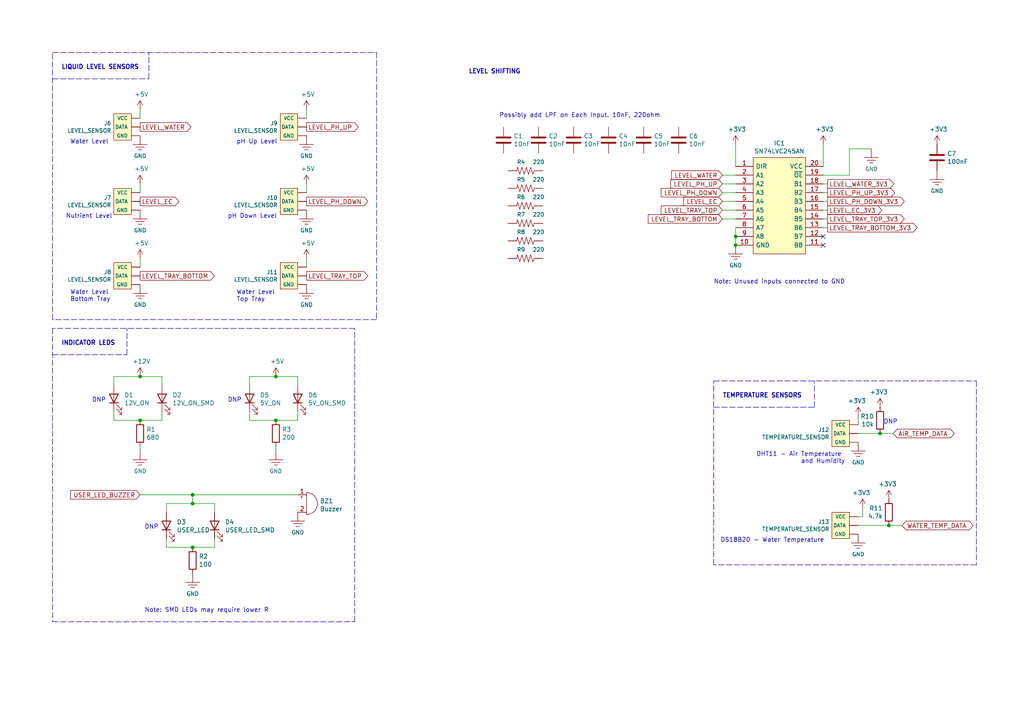
<source format=kicad_sch>
(kicad_sch (version 20211123) (generator eeschema)
  (paper "A4")
  (title_block (title "Interface PCB") (date "2023-01-08") (rev "1") (company "Team 48 - Planter") (comment 4 "By: Abhinav Agrahari"))
  (lib_symbols
    (symbol "AA_Custom_Components:GND" (power) (pin_numbers hide) (pin_names (offset 1.016) hide)
      (property "Value" "GND" (at -2.286 -6.35 0))
      (symbol "GND_1_0"
        (polyline (pts (xy -2.032 -2.54) (xy 2.032 -2.54)))
        (polyline (pts (xy -1.27 -3.302) (xy 1.27 -3.302)))
        (polyline (pts (xy -0.508 -4.064) (xy 0.508 -4.064)))
        (polyline (pts (xy 0 0) (xy 0 -2.54)))
      )
      (symbol "GND_1_1"
        (pin power_in line (at 0 0 270) (length 0) hide (name "GND") (number "~"))
      )
    )
    (symbol "AA_Custom_Components:LEVEL_SENSOR" (pin_numbers hide) (pin_names (offset 1.016))
      (property "Reference" "J" (at -5.08 7.62 0))
      (property "Value" "LEVEL_SENSOR" (at -5.08 -3.81 0))
      (symbol "LEVEL_SENSOR_0_1"
        (rectangle (start 0 -1.27) (end -5.08 6.35) (fill (type background)))
      )
      (symbol "LEVEL_SENSOR_1_1"
        (pin power_in line (at 2.54 5.08 180) (length 2.54) (name "VCC") (number "1"))
        (pin output line (at 2.54 2.54 180) (length 2.54) (name "DATA") (number "2"))
        (pin power_in line (at 2.54 0 180) (length 2.54) (name "GND") (number "3"))
      )
    )
    (symbol "AA_Custom_Components:R" (pin_numbers hide) (pin_names (offset 1.016) hide)
      (property "Reference" "R" (at -1.27 -2.54 0))
      (property "Value" "R" (at -1.27 1.27 0))
      (property "Field4" " " (at 0 5.08 0))
      (symbol "R_1_0"
        (polyline (pts (xy -2.54 0) (xy -2.159 1.016)))
        (polyline (pts (xy -2.159 1.016) (xy -1.524 -1.016)))
        (polyline (pts (xy -1.524 -1.016) (xy -0.889 1.016)))
        (polyline (pts (xy -0.889 1.016) (xy -0.254 -1.016)))
        (polyline (pts (xy -0.254 -1.016) (xy 0.381 1.016)))
        (polyline (pts (xy 0.381 1.016) (xy 1.016 -1.016)))
        (polyline (pts (xy 1.016 -1.016) (xy 1.651 1.016)))
        (polyline (pts (xy 1.651 1.016) (xy 2.286 -1.016)))
        (polyline (pts (xy 2.286 -1.016) (xy 2.54 0)))
      )
      (symbol "R_1_1"
        (pin passive line (at -5.08 0 0) (length 2.54) (name "1") (number "P$1"))
        (pin passive line (at 5.08 0 180) (length 2.54) (name "2") (number "P$2"))
      )
    )
    (symbol "AA_Custom_Components:SN74LVC245AN" (pin_names (offset 0.762))
      (property "Reference" "IC" (at 6.35 7.62 0))
      (property "Value" "SN74LVC245AN" (at 6.35 5.08 0))
      (symbol "SN74LVC245AN_0_0"
        (pin passive line (at 0 0 0) (length 5.08) (name "DIR") (number "1"))
        (pin power_in line (at 0 -22.86 0) (length 5.08) (name "GND") (number "10"))
        (pin passive line (at 25.4 -22.86 180) (length 5.08) (name "B8") (number "11"))
        (pin passive line (at 25.4 -20.32 180) (length 5.08) (name "B7") (number "12"))
        (pin passive line (at 25.4 -17.78 180) (length 5.08) (name "B6") (number "13"))
        (pin passive line (at 25.4 -15.24 180) (length 5.08) (name "B5") (number "14"))
        (pin passive line (at 25.4 -12.7 180) (length 5.08) (name "B4") (number "15"))
        (pin passive line (at 25.4 -10.16 180) (length 5.08) (name "B3") (number "16"))
        (pin passive line (at 25.4 -7.62 180) (length 5.08) (name "B2") (number "17"))
        (pin passive line (at 25.4 -5.08 180) (length 5.08) (name "B1") (number "18"))
        (pin passive line (at 25.4 -2.54 180) (length 5.08) (name "~{OE}") (number "19"))
        (pin passive line (at 0 -2.54 0) (length 5.08) (name "A1") (number "2"))
        (pin power_in line (at 25.4 0 180) (length 5.08) (name "VCC") (number "20"))
        (pin passive line (at 0 -5.08 0) (length 5.08) (name "A2") (number "3"))
        (pin passive line (at 0 -7.62 0) (length 5.08) (name "A3") (number "4"))
        (pin passive line (at 0 -10.16 0) (length 5.08) (name "A4") (number "5"))
        (pin passive line (at 0 -12.7 0) (length 5.08) (name "A5") (number "6"))
        (pin passive line (at 0 -15.24 0) (length 5.08) (name "A6") (number "7"))
        (pin passive line (at 0 -17.78 0) (length 5.08) (name "A7") (number "8"))
        (pin passive line (at 0 -20.32 0) (length 5.08) (name "A8") (number "9"))
      )
      (symbol "SN74LVC245AN_0_1"
        (polyline (pts (xy 5.08 2.54) (xy 20.32 2.54) (xy 20.32 -25.4) (xy 5.08 -25.4) (xy 5.08 2.54)) (stroke (width 0.1524)) (fill (type background)))
      )
    )
    (symbol "AA_Custom_Components:TEMPERATURE_SENSOR" (pin_numbers hide) (pin_names (offset 1.016))
      (property "Reference" "J" (at -5.08 7.62 0))
      (property "Value" "TEMPERATURE_SENSOR" (at -5.08 -3.81 0))
      (symbol "TEMPERATURE_SENSOR_0_1"
        (rectangle (start 0 -1.27) (end -5.08 6.35) (fill (type background)))
      )
      (symbol "TEMPERATURE_SENSOR_1_1"
        (pin power_in line (at 2.54 5.08 180) (length 2.54) (name "VCC") (number "1"))
        (pin output line (at 2.54 2.54 180) (length 2.54) (name "DATA") (number "2"))
        (pin power_in line (at 2.54 0 180) (length 2.54) (name "GND") (number "3"))
      )
    )
    (symbol "Device:Buzzer" (pin_names (offset 0.0254) hide)
      (property "Reference" "BZ" (at 3.81 1.27 0))
      (property "Value" "Buzzer" (at 3.81 -1.27 0))
      (symbol "Buzzer_0_1"
        (arc (start 0 -3.175) (mid 3.175 0) (end 0 3.175))
        (polyline (pts (xy -1.651 1.905) (xy -1.143 1.905)))
        (polyline (pts (xy -1.397 2.159) (xy -1.397 1.651)))
        (polyline (pts (xy 0 3.175) (xy 0 -3.175)))
      )
      (symbol "Buzzer_1_1"
        (pin passive line (at -2.54 2.54 0) (length 2.54) (name "-") (number "1"))
        (pin passive line (at -2.54 -2.54 0) (length 2.54) (name "+") (number "2"))
      )
    )
    (symbol "Device:C" (pin_numbers hide) (pin_names (offset 0.254))
      (property "Reference" "C" (at 0.635 2.54 0))
      (property "Value" "C" (at 0.635 -2.54 0))
      (symbol "C_0_1"
        (polyline (pts (xy -2.032 -0.762) (xy 2.032 -0.762)) (stroke (width 0.508)))
        (polyline (pts (xy -2.032 0.762) (xy 2.032 0.762)) (stroke (width 0.508)))
      )
      (symbol "C_1_1"
        (pin passive line (at 0 3.81 270) (length 2.794) (name "~") (number "1"))
        (pin passive line (at 0 -3.81 90) (length 2.794) (name "~") (number "2"))
      )
    )
    (symbol "Device:LED" (pin_numbers hide) (pin_names (offset 1.016) hide)
      (property "Reference" "D" (at 0 2.54 0))
      (property "Value" "LED" (at 0 -2.54 0))
      (symbol "LED_0_1"
        (polyline (pts (xy -1.27 -1.27) (xy -1.27 1.27)) (stroke (width 0.254)))
        (polyline (pts (xy -1.27 0) (xy 1.27 0)))
        (polyline (pts (xy 1.27 -1.27) (xy 1.27 1.27) (xy -1.27 0) (xy 1.27 -1.27)) (stroke (width 0.254)))
        (polyline (pts (xy -3.048 -0.762) (xy -4.572 -2.286) (xy -3.81 -2.286) (xy -4.572 -2.286) (xy -4.572 -1.524)))
        (polyline (pts (xy -1.778 -0.762) (xy -3.302 -2.286) (xy -2.54 -2.286) (xy -3.302 -2.286) (xy -3.302 -1.524)))
      )
      (symbol "LED_1_1"
        (pin passive line (at -3.81 0 0) (length 2.54) (name "K") (number "1"))
        (pin passive line (at 3.81 0 180) (length 2.54) (name "A") (number "2"))
      )
    )
    (symbol "Device:R" (pin_numbers hide) (pin_names (offset 0))
      (property "Reference" "R" (at 2.032 0 90))
      (property "Value" "R" (at 0 0 90))
      (symbol "R_0_1"
        (rectangle (start -1.016 -2.54) (end 1.016 2.54) (stroke (width 0.254)))
      )
      (symbol "R_1_1"
        (pin passive line (at 0 3.81 270) (length 1.27) (name "~") (number "1"))
        (pin passive line (at 0 -3.81 90) (length 1.27) (name "~") (number "2"))
      )
    )
    (symbol "power:+12V" (power) (pin_names (offset 0))
      (property "Value" "+12V" (at 0 3.556 0))
      (symbol "+12V_0_1"
        (polyline (pts (xy -0.762 1.27) (xy 0 2.54)))
        (polyline (pts (xy 0 0) (xy 0 2.54)))
        (polyline (pts (xy 0 2.54) (xy 0.762 1.27)))
      )
      (symbol "+12V_1_1"
        (pin power_in line (at 0 0 90) (length 0) hide (name "+12V") (number "1"))
      )
    )
    (symbol "power:+3.3V" (power) (pin_names (offset 0))
      (property "Value" "+3.3V" (at 0 3.556 0))
      (symbol "+3.3V_0_1"
        (polyline (pts (xy -0.762 1.27) (xy 0 2.54)))
        (polyline (pts (xy 0 0) (xy 0 2.54)))
        (polyline (pts (xy 0 2.54) (xy 0.762 1.27)))
      )
      (symbol "+3.3V_1_1"
        (pin power_in line (at 0 0 90) (length 0) hide (name "+3V3") (number "1"))
      )
    )
    (symbol "power:+5V" (power) (pin_names (offset 0))
      (property "Value" "+5V" (at 0 3.556 0))
      (symbol "+5V_0_1"
        (polyline (pts (xy -0.762 1.27) (xy 0 2.54)))
        (polyline (pts (xy 0 0) (xy 0 2.54)))
        (polyline (pts (xy 0 2.54) (xy 0.762 1.27)))
      )
      (symbol "+5V_1_1"
        (pin power_in line (at 0 0 90) (length 0) hide (name "+5V") (number "1"))
      )
    )
  )
  (junction (at 80.01 121.92))
  (junction (at 213.36 71.12))
  (junction (at 40.64 121.92))
  (junction (at 55.88 143.51))
  (junction (at 80.01 109.22))
  (junction (at 213.36 68.58))
  (junction (at 255.27 125.73))
  (junction (at 55.88 158.75))
  (junction (at 257.81 152.4))
  (junction (at 40.64 109.22))
  (junction (at 55.88 146.05))
  (no_connect (at 238.76 71.12))
  (no_connect (at 238.76 68.58))
  (polyline (pts (xy 15.24 92.71) (xy 15.24 15.24)))
  (wire (pts (xy 238.76 55.88) (xy 240.03 55.88)))
  (wire (pts (xy 88.9 74.93) (xy 88.9 77.47)))
  (wire (pts (xy 88.9 31.75) (xy 88.9 34.29)))
  (wire (pts (xy 238.76 53.34) (xy 240.03 53.34)))
  (wire (pts (xy 250.19 149.86) (xy 248.92 149.86)))
  (wire (pts (xy 209.55 60.96) (xy 213.36 60.96)))
  (wire (pts (xy 209.55 55.88) (xy 213.36 55.88)))
  (wire (pts (xy 261.62 152.4) (xy 257.81 152.4)))
  (polyline (pts (xy 207.01 110.49) (xy 283.21 110.49)))
  (wire (pts (xy 86.36 109.22) (xy 86.36 111.76)))
  (polyline (pts (xy 43.18 22.86) (xy 43.18 15.24)))
  (wire (pts (xy 86.36 121.92) (xy 80.01 121.92)))
  (polyline (pts (xy 15.24 15.24) (xy 109.22 15.24)))
  (wire (pts (xy 40.64 74.93) (xy 40.64 77.47)))
  (wire (pts (xy 55.88 143.51) (xy 86.36 143.51)))
  (wire (pts (xy 48.26 156.21) (xy 48.26 158.75)))
  (wire (pts (xy 238.76 48.26) (xy 238.76 41.91)))
  (wire (pts (xy 40.64 31.75) (xy 40.64 34.29)))
  (polyline (pts (xy 102.87 180.34) (xy 102.87 95.25)))
  (wire (pts (xy 40.64 143.51) (xy 55.88 143.51)))
  (wire (pts (xy 246.38 43.18) (xy 252.73 43.18)))
  (polyline (pts (xy 15.24 102.87) (xy 36.83 102.87)))
  (wire (pts (xy 55.88 146.05) (xy 62.23 146.05)))
  (wire (pts (xy 250.19 147.32) (xy 250.19 149.86)))
  (wire (pts (xy 238.76 50.8) (xy 246.38 50.8)))
  (wire (pts (xy 248.92 120.65) (xy 248.92 123.19)))
  (wire (pts (xy 88.9 53.34) (xy 88.9 55.88)))
  (wire (pts (xy 257.81 152.4) (xy 248.92 152.4)))
  (wire (pts (xy 46.99 121.92) (xy 40.64 121.92)))
  (wire (pts (xy 72.39 119.38) (xy 72.39 121.92)))
  (wire (pts (xy 255.27 125.73) (xy 248.92 125.73)))
  (wire (pts (xy 213.36 48.26) (xy 213.36 41.91)))
  (polyline (pts (xy 207.01 163.83) (xy 207.01 110.49)))
  (polyline (pts (xy 36.83 102.87) (xy 36.83 95.25)))
  (wire (pts (xy 48.26 158.75) (xy 55.88 158.75)))
  (wire (pts (xy 46.99 119.38) (xy 46.99 121.92)))
  (wire (pts (xy 48.26 146.05) (xy 55.88 146.05)))
  (wire (pts (xy 40.64 129.54) (xy 40.64 130.81)))
  (polyline (pts (xy 283.21 163.83) (xy 207.01 163.83)))
  (wire (pts (xy 209.55 63.5) (xy 213.36 63.5)))
  (wire (pts (xy 55.88 143.51) (xy 55.88 146.05)))
  (wire (pts (xy 40.64 109.22) (xy 33.02 109.22)))
  (wire (pts (xy 62.23 158.75) (xy 55.88 158.75)))
  (polyline (pts (xy 102.87 95.25) (xy 15.24 95.25)))
  (polyline (pts (xy 15.24 180.34) (xy 102.87 180.34)))
  (wire (pts (xy 33.02 109.22) (xy 33.02 111.76)))
  (polyline (pts (xy 207.01 118.11) (xy 236.22 118.11)))
  (wire (pts (xy 62.23 146.05) (xy 62.23 148.59)))
  (wire (pts (xy 80.01 129.54) (xy 80.01 130.81)))
  (wire (pts (xy 62.23 156.21) (xy 62.23 158.75)))
  (wire (pts (xy 213.36 71.12) (xy 213.36 68.58)))
  (wire (pts (xy 72.39 121.92) (xy 80.01 121.92)))
  (wire (pts (xy 86.36 119.38) (xy 86.36 121.92)))
  (wire (pts (xy 209.55 58.42) (xy 213.36 58.42)))
  (polyline (pts (xy 283.21 110.49) (xy 283.21 163.83)))
  (wire (pts (xy 238.76 66.04) (xy 240.03 66.04)))
  (wire (pts (xy 246.38 50.8) (xy 246.38 43.18)))
  (polyline (pts (xy 109.22 15.24) (xy 109.22 92.71)))
  (polyline (pts (xy 15.24 22.86) (xy 43.18 22.86)))
  (wire (pts (xy 40.64 109.22) (xy 46.99 109.22)))
  (wire (pts (xy 209.55 50.8) (xy 213.36 50.8)))
  (wire (pts (xy 46.99 109.22) (xy 46.99 111.76)))
  (wire (pts (xy 80.01 109.22) (xy 86.36 109.22)))
  (wire (pts (xy 259.08 125.73) (xy 255.27 125.73)))
  (polyline (pts (xy 109.22 92.71) (xy 15.24 92.71)))
  (wire (pts (xy 48.26 146.05) (xy 48.26 148.59)))
  (wire (pts (xy 40.64 53.34) (xy 40.64 55.88)))
  (wire (pts (xy 33.02 121.92) (xy 40.64 121.92)))
  (wire (pts (xy 72.39 109.22) (xy 72.39 111.76)))
  (wire (pts (xy 72.39 109.22) (xy 80.01 109.22)))
  (polyline (pts (xy 15.24 95.25) (xy 15.24 180.34)))
  (wire (pts (xy 238.76 63.5) (xy 240.03 63.5)))
  (wire (pts (xy 238.76 60.96) (xy 240.03 60.96)))
  (wire (pts (xy 33.02 119.38) (xy 33.02 121.92)))
  (wire (pts (xy 213.36 66.04) (xy 213.36 68.58)))
  (wire (pts (xy 238.76 58.42) (xy 240.03 58.42)))
  (polyline (pts (xy 236.22 118.11) (xy 236.22 110.49)))
  (wire (pts (xy 209.55 53.34) (xy 213.36 53.34)))
  (text "Water Level\nTop Tray" (at 68.58 87.63 0) (effects (font (size 1.27 1.27)) (justify left bottom)))
  (text "DNP" (at 41.91 153.67 0) (effects (font (size 1.27 1.27)) (justify left bottom)))
  (text "DNP" (at 260.35 123.19 180) (effects (font (size 1.27 1.27)) (justify right bottom)))
  (text "pH Down Level" (at 66.04 63.5 0) (effects (font (size 1.27 1.27)) (justify left bottom)))
  (text "DHT11 - Air Temperature \n          and Humidity" (at 245.11 134.62 180) (effects (font (size 1.27 1.27)) (justify right bottom)))
  (text "INDICATOR LEDS" (at 17.78 100.33 0) (effects (font (size 1.27 1.27) (thickness 0.254) bold) (justify left bottom)))
  (text "Nutrient Level" (at 19.05 63.5 0) (effects (font (size 1.27 1.27)) (justify left bottom)))
  (text "LIQUID LEVEL SENSORS" (at 17.78 20.32 0) (effects (font (size 1.27 1.27) (thickness 0.254) bold) (justify left bottom)))
  (text "Water Level" (at 20.32 41.91 0) (effects (font (size 1.27 1.27)) (justify left bottom)))
  (text "DNP" (at 66.04 116.84 0) (effects (font (size 1.27 1.27)) (justify left bottom)))
  (text "Possibly add LPF on Each Input. 10nF, 220ohm" (at 144.78 34.29 0) (effects (font (size 1.27 1.27)) (justify left bottom)))
  (text "LEVEL SHIFTING" (at 135.89 21.59 0) (effects (font (size 1.27 1.27) (thickness 0.254) bold) (justify left bottom)))
  (text "Note: Unused inputs connected to GND" (at 207.01 82.55 0) (effects (font (size 1.27 1.27)) (justify left bottom)))
  (text "TEMPERATURE SENSORS" (at 209.55 115.57 0) (effects (font (size 1.27 1.27) (thickness 0.254) bold) (justify left bottom)))
  (text "Water Level \nBottom Tray" (at 20.32 87.63 0) (effects (font (size 1.27 1.27)) (justify left bottom)))
  (text "pH Up Level" (at 68.58 41.91 0) (effects (font (size 1.27 1.27)) (justify left bottom)))
  (text "DNP" (at 26.67 116.84 0) (effects (font (size 1.27 1.27)) (justify left bottom)))
  (text "DS18B20 - Water Temperature " (at 240.03 157.48 180) (effects (font (size 1.27 1.27)) (justify right bottom)))
  (text "Note: SMD LEDs may require lower R" (at 41.91 177.8 0) (effects (font (size 1.27 1.27)) (justify left bottom)))
  (global_label "WATER_TEMP_DATA" (shape bidirectional) (at 261.62 152.4 0) (property "Intersheet References" "${INTERSHEET_REFS}" (effects hide)))
  (global_label "LEVEL_TRAY_BOTTOM" (shape output) (at 40.64 80.01 0) (property "Intersheet References" "${INTERSHEET_REFS}" (effects hide)))
  (global_label "LEVEL_TRAY_TOP" (shape output) (at 88.9 80.01 0) (property "Intersheet References" "${INTERSHEET_REFS}" (effects hide)))
  (global_label "LEVEL_EC_3V3" (shape output) (at 240.03 60.96 0) (property "Intersheet References" "${INTERSHEET_REFS}" (effects hide)))
  (global_label "LEVEL_PH_UP" (shape output) (at 88.9 36.83 0) (property "Intersheet References" "${INTERSHEET_REFS}" (effects hide)))
  (global_label "LEVEL_WATER" (shape output) (at 40.64 36.83 0) (property "Intersheet References" "${INTERSHEET_REFS}" (effects hide)))
  (global_label "AIR_TEMP_DATA" (shape bidirectional) (at 259.08 125.73 0) (property "Intersheet References" "${INTERSHEET_REFS}" (effects hide)))
  (global_label "LEVEL_PH_DOWN" (shape output) (at 88.9 58.42 0) (property "Intersheet References" "${INTERSHEET_REFS}" (effects hide)))
  (global_label "LEVEL_TRAY_TOP" (shape input) (at 209.55 60.96 180) (property "Intersheet References" "${INTERSHEET_REFS}" (effects hide)))
  (global_label "LEVEL_PH_DOWN" (shape input) (at 209.55 55.88 180) (property "Intersheet References" "${INTERSHEET_REFS}" (effects hide)))
  (global_label "LEVEL_TRAY_BOTTOM_3V3" (shape output) (at 240.03 66.04 0) (property "Intersheet References" "${INTERSHEET_REFS}" (effects hide)))
  (global_label "LEVEL_EC" (shape output) (at 40.64 58.42 0) (property "Intersheet References" "${INTERSHEET_REFS}" (effects hide)))
  (global_label "LEVEL_PH_UP_3V3" (shape output) (at 240.03 55.88 0) (property "Intersheet References" "${INTERSHEET_REFS}" (effects hide)))
  (global_label "LEVEL_WATER" (shape input) (at 209.55 50.8 180) (property "Intersheet References" "${INTERSHEET_REFS}" (effects hide)))
  (global_label "LEVEL_PH_UP" (shape input) (at 209.55 53.34 180) (property "Intersheet References" "${INTERSHEET_REFS}" (effects hide)))
  (global_label "USER_LED_BUZZER" (shape input) (at 40.64 143.51 180) (property "Intersheet References" "${INTERSHEET_REFS}" (effects hide)))
  (global_label "LEVEL_TRAY_BOTTOM" (shape input) (at 209.55 63.5 180) (property "Intersheet References" "${INTERSHEET_REFS}" (effects hide)))
  (global_label "LEVEL_WATER_3V3" (shape output) (at 240.03 53.34 0) (property "Intersheet References" "${INTERSHEET_REFS}" (effects hide)))
  (global_label "LEVEL_TRAY_TOP_3V3" (shape output) (at 240.03 63.5 0) (property "Intersheet References" "${INTERSHEET_REFS}" (effects hide)))
  (global_label "LEVEL_EC" (shape input) (at 209.55 58.42 180) (property "Intersheet References" "${INTERSHEET_REFS}" (effects hide)))
  (global_label "LEVEL_PH_DOWN_3V3" (shape output) (at 240.03 58.42 0) (property "Intersheet References" "${INTERSHEET_REFS}" (effects hide)))
  (symbol (lib_id "power:+5V") (at 40.64 31.75 0) (unit 1)
    (property "Reference" "#PWR016" (effects hide))
    (property "Value" "+5V" (at 41.021 27.3558 0))
  )
  (symbol (lib_id "power:+5V") (at 88.9 31.75 0) (unit 1)
    (property "Reference" "#PWR021" (effects hide))
    (property "Value" "+5V" (at 89.281 27.3558 0))
  )
  (symbol (lib_id "AA_Custom_Components:LEVEL_SENSOR") (at 86.36 39.37 0) (unit 1)
    (property "Reference" "J9" (at 80.5434 35.7632 0) (effects (font (size 1.143 1.143)) (justify right)))
    (property "Value" "LEVEL_SENSOR" (at 80.5434 37.8968 0) (effects (font (size 1.143 1.143)) (justify right)))
    (property "Footprint" "Connector_JST:JST_XH_B3B-XH-A_1x03_P2.50mm_Vertical" (effects hide))
  )
  (symbol (lib_id "power:+5V") (at 88.9 53.34 0) (unit 1)
    (property "Reference" "#PWR022" (effects hide))
    (property "Value" "+5V" (at 89.281 48.9458 0))
  )
  (symbol (lib_id "AA_Custom_Components:LEVEL_SENSOR") (at 86.36 60.96 0) (unit 1)
    (property "Reference" "J10" (at 80.5434 57.3532 0) (effects (font (size 1.143 1.143)) (justify right)))
    (property "Value" "LEVEL_SENSOR" (at 80.5434 59.4868 0) (effects (font (size 1.143 1.143)) (justify right)))
    (property "Footprint" "Connector_JST:JST_XH_B3B-XH-A_1x03_P2.50mm_Vertical" (effects hide))
  )
  (symbol (lib_id "power:+5V") (at 40.64 53.34 0) (unit 1)
    (property "Reference" "#PWR017" (effects hide))
    (property "Value" "+5V" (at 41.021 48.9458 0))
  )
  (symbol (lib_id "AA_Custom_Components:LEVEL_SENSOR") (at 38.1 60.96 0) (unit 1)
    (property "Reference" "J7" (at 32.2834 57.3532 0) (effects (font (size 1.143 1.143)) (justify right)))
    (property "Value" "LEVEL_SENSOR" (at 32.2834 59.4868 0) (effects (font (size 1.143 1.143)) (justify right)))
    (property "Footprint" "Connector_JST:JST_XH_B3B-XH-A_1x03_P2.50mm_Vertical" (effects hide))
  )
  (symbol (lib_id "AA_Custom_Components:LEVEL_SENSOR") (at 38.1 39.37 0) (unit 1)
    (property "Reference" "J6" (at 32.2834 35.7632 0) (effects (font (size 1.143 1.143)) (justify right)))
    (property "Value" "LEVEL_SENSOR" (at 32.2834 37.8968 0) (effects (font (size 1.143 1.143)) (justify right)))
    (property "Footprint" "Connector_JST:JST_XH_B3B-XH-A_1x03_P2.50mm_Vertical" (effects hide))
  )
  (symbol (lib_id "power:+3.3V") (at 250.19 147.32 0) (mirror y) (unit 1)
    (property "Reference" "#PWR027" (effects hide))
    (property "Value" "+3.3V" (at 249.809 142.9258 0))
  )
  (symbol (lib_id "AA_Custom_Components:TEMPERATURE_SENSOR") (at 246.38 154.94 0) (unit 1)
    (property "Reference" "J13" (at 240.5634 151.3332 0) (effects (font (size 1.143 1.143)) (justify right)))
    (property "Value" "TEMPERATURE_SENSOR" (at 240.5634 153.4668 0) (effects (font (size 1.143 1.143)) (justify right)))
    (property "Footprint" "Connector_JST:JST_XH_B3B-XH-A_1x03_P2.50mm_Vertical" (effects hide))
  )
  (symbol (lib_id "Device:R") (at 257.81 148.59 0) (mirror y) (unit 1)
    (property "Reference" "R11" (at 256.032 147.4216 0) (effects (justify left)))
    (property "Value" "4.7k" (at 256.032 149.733 0) (effects (justify left)))
    (property "Footprint" "Resistors:AXIAL-0.3-KIT" (effects hide))
  )
  (symbol (lib_id "AA_Custom_Components:TEMPERATURE_SENSOR") (at 246.38 128.27 0) (unit 1)
    (property "Reference" "J12" (at 240.5634 124.6632 0) (effects (font (size 1.143 1.143)) (justify right)))
    (property "Value" "TEMPERATURE_SENSOR" (at 240.5634 126.7968 0) (effects (font (size 1.143 1.143)) (justify right)))
    (property "Footprint" "Connector_JST:JST_XH_B3B-XH-A_1x03_P2.50mm_Vertical" (effects hide))
  )
  (symbol (lib_id "Device:R") (at 255.27 121.92 0) (unit 1)
    (property "Reference" "R10" (at 253.492 120.7516 0) (effects (justify right)))
    (property "Value" "10k" (at 253.492 123.063 0) (effects (justify right)))
    (property "Footprint" "Resistors:AXIAL-0.3-KIT" (effects hide))
  )
  (symbol (lib_id "power:+3.3V") (at 248.92 120.65 0) (mirror y) (unit 1)
    (property "Reference" "#PWR026" (effects hide))
    (property "Value" "+3.3V" (at 248.539 116.2558 0))
  )
  (symbol (lib_id "power:+3.3V") (at 255.27 118.11 0) (mirror y) (unit 1)
    (property "Reference" "#PWR028" (effects hide))
    (property "Value" "+3.3V" (at 254.889 113.7158 0))
  )
  (symbol (lib_id "power:+3.3V") (at 257.81 144.78 0) (mirror y) (unit 1)
    (property "Reference" "#PWR029" (effects hide))
    (property "Value" "+3.3V" (at 257.429 140.3858 0))
  )
  (symbol (lib_id "power:+5V") (at 88.9 74.93 0) (unit 1)
    (property "Reference" "#PWR023" (effects hide))
    (property "Value" "+5V" (at 89.281 70.5358 0))
  )
  (symbol (lib_id "AA_Custom_Components:LEVEL_SENSOR") (at 86.36 82.55 0) (unit 1)
    (property "Reference" "J11" (at 80.5434 78.9432 0) (effects (font (size 1.143 1.143)) (justify right)))
    (property "Value" "LEVEL_SENSOR" (at 80.5434 81.0768 0) (effects (font (size 1.143 1.143)) (justify right)))
    (property "Footprint" "Connector_JST:JST_XH_B3B-XH-A_1x03_P2.50mm_Vertical" (effects hide))
  )
  (symbol (lib_id "power:+5V") (at 40.64 74.93 0) (unit 1)
    (property "Reference" "#PWR018" (effects hide))
    (property "Value" "+5V" (at 41.021 70.5358 0))
  )
  (symbol (lib_id "AA_Custom_Components:LEVEL_SENSOR") (at 38.1 82.55 0) (unit 1)
    (property "Reference" "J8" (at 32.2834 78.9432 0) (effects (font (size 1.143 1.143)) (justify right)))
    (property "Value" "LEVEL_SENSOR" (at 32.2834 81.0768 0) (effects (font (size 1.143 1.143)) (justify right)))
    (property "Footprint" "Connector_JST:JST_XH_B3B-XH-A_1x03_P2.50mm_Vertical" (effects hide))
  )
  (symbol (lib_id "AA_Custom_Components:GND") (at 271.78 49.53 0) (unit 1)
    (property "Reference" "#GND026" (effects hide))
    (property "Value" "GND" (at 271.78 55.372 0) (effects (font (size 1.143 1.143))))
    (property "Footprint" "XXX-00000" (effects hide))
  )
  (symbol (lib_id "power:+3.3V") (at 271.78 41.91 0) (unit 1)
    (property "Reference" "#PWR030" (effects hide))
    (property "Value" "+3.3V" (at 272.161 37.5158 0))
  )
  (symbol (lib_id "Device:C") (at 271.78 45.72 0) (unit 1)
    (property "Reference" "C7" (at 274.701 44.5516 0) (effects (justify left)))
    (property "Value" "100nF" (at 274.701 46.863 0) (effects (justify left)))
    (property "Footprint" "Capacitor_THT:C_Disc_D3.4mm_W2.1mm_P2.50mm" (effects hide))
  )
  (symbol (lib_id "power:+5V") (at 80.01 109.22 0) (unit 1)
    (property "Reference" "#PWR020" (effects hide))
    (property "Value" "+5V" (at 80.391 104.8258 0))
  )
  (symbol (lib_id "power:+12V") (at 40.64 109.22 0) (unit 1)
    (property "Reference" "#PWR019" (effects hide))
    (property "Value" "+12V" (at 41.021 104.8258 0))
  )
  (symbol (lib_id "AA_Custom_Components:GND") (at 40.64 130.81 0) (unit 1)
    (property "Reference" "#GND015" (effects hide))
    (property "Value" "GND" (at 40.64 136.652 0) (effects (font (size 1.143 1.143))))
    (property "Footprint" "XXX-00000" (effects hide))
  )
  (symbol (lib_id "Device:LED") (at 33.02 115.57 90) (unit 1)
    (property "Reference" "D1" (at 36.0172 114.5794 90) (effects (justify right)))
    (property "Value" "12V_ON" (at 36.0172 116.8908 90) (effects (justify right)))
    (property "Footprint" "LED_THT:LED_D3.0mm" (effects hide))
  )
  (symbol (lib_id "Device:LED") (at 72.39 115.57 90) (unit 1)
    (property "Reference" "D5" (at 75.3872 114.5794 90) (effects (justify right)))
    (property "Value" "5V_ON" (at 75.3872 116.8908 90) (effects (justify right)))
    (property "Footprint" "LED_THT:LED_D3.0mm" (effects hide))
  )
  (symbol (lib_id "Device:LED") (at 46.99 115.57 90) (unit 1)
    (property "Reference" "D2" (at 49.9872 114.5794 90) (effects (justify right)))
    (property "Value" "12V_ON_SMD" (at 49.9872 116.8908 90) (effects (justify right)))
    (property "Footprint" "LED_SMD:LED_1206_3216Metric_Pad1.42x1.75mm_HandSolder" (effects hide))
  )
  (symbol (lib_id "Device:LED") (at 86.36 115.57 90) (unit 1)
    (property "Reference" "D6" (at 89.3572 114.5794 90) (effects (justify right)))
    (property "Value" "5V_ON_SMD" (at 89.3572 116.8908 90) (effects (justify right)))
    (property "Footprint" "LED_SMD:LED_1206_3216Metric_Pad1.42x1.75mm_HandSolder" (effects hide))
  )
  (symbol (lib_id "Device:R") (at 40.64 125.73 0) (unit 1)
    (property "Reference" "R1" (at 42.418 124.5616 0) (effects (justify left)))
    (property "Value" "680" (at 42.418 126.873 0) (effects (justify left)))
    (property "Footprint" "Resistors:AXIAL-0.3-KIT" (effects hide))
  )
  (symbol (lib_id "power:+3.3V") (at 238.76 41.91 0) (unit 1)
    (property "Reference" "#PWR025" (effects hide))
    (property "Value" "+3.3V" (at 239.141 37.5158 0))
  )
  (symbol (lib_id "power:+3.3V") (at 213.36 41.91 0) (unit 1)
    (property "Reference" "#PWR024" (effects hide))
    (property "Value" "+3.3V" (at 213.741 37.5158 0))
  )
  (symbol (lib_id "AA_Custom_Components:SN74LVC245AN") (at 213.36 48.26 0) (unit 1)
    (property "Reference" "IC1" (at 226.06 41.529 0))
    (property "Value" "SN74LVC245AN" (at 226.06 43.8404 0))
    (property "Footprint" "Package_DIP:DIP-20_W7.62mm_LongPads" (effects hide))
    (property "Datasheet" "http://www.ti.com/lit/gpn/sn74hct245" (effects hide))
    (property "Description" "Octal Bus Transceivers With 3-State Outputs" (effects hide))
    (property "Height" "5.08" (effects hide))
    (property "Manufacturer_Name" "Texas Instruments" (effects hide))
    (property "Manufacturer_Part_Number" "296-8503-5-ND" (effects hide))
  )
  (symbol (lib_id "Device:R") (at 80.01 125.73 0) (unit 1)
    (property "Reference" "R3" (at 81.788 124.5616 0) (effects (justify left)))
    (property "Value" "200" (at 81.788 126.873 0) (effects (justify left)))
    (property "Footprint" "Resistors:AXIAL-0.3-KIT" (effects hide))
  )
  (symbol (lib_id "AA_Custom_Components:GND") (at 80.01 130.81 0) (unit 1)
    (property "Reference" "#GND017" (effects hide))
    (property "Value" "GND" (at 80.01 136.652 0) (effects (font (size 1.143 1.143))))
    (property "Footprint" "XXX-00000" (effects hide))
  )
  (symbol (lib_id "Device:Buzzer") (at 88.9 146.05 0) (unit 1)
    (property "Reference" "BZ1" (at 92.7608 145.3134 0) (effects (justify left)))
    (property "Value" "Buzzer" (at 92.7608 147.6248 0) (effects (justify left)))
    (property "Footprint" "Buzzer_Beeper:Buzzer_TDK_PS1240P02BT_D12.2mm_H6.5mm" (effects hide))
  )
  (symbol (lib_id "AA_Custom_Components:GND") (at 55.88 166.37 0) (unit 1)
    (property "Reference" "#GND016" (effects hide))
    (property "Value" "GND" (at 55.88 172.212 0) (effects (font (size 1.143 1.143))))
    (property "Footprint" "XXX-00000" (effects hide))
  )
  (symbol (lib_id "Device:LED") (at 48.26 152.4 90) (unit 1)
    (property "Reference" "D3" (at 51.2572 151.4094 90) (effects (justify right)))
    (property "Value" "USER_LED" (at 51.2572 153.7208 90) (effects (justify right)))
    (property "Footprint" "LED_THT:LED_D3.0mm" (effects hide))
  )
  (symbol (lib_id "Device:LED") (at 62.23 152.4 90) (unit 1)
    (property "Reference" "D4" (at 65.2272 151.4094 90) (effects (justify right)))
    (property "Value" "USER_LED_SMD" (at 65.2272 153.7208 90) (effects (justify right)))
    (property "Footprint" "LED_SMD:LED_1206_3216Metric_Pad1.42x1.75mm_HandSolder" (effects hide))
  )
  (symbol (lib_id "Device:R") (at 55.88 162.56 0) (unit 1)
    (property "Reference" "R2" (at 57.658 161.3916 0) (effects (justify left)))
    (property "Value" "100" (at 57.658 163.703 0) (effects (justify left)))
    (property "Footprint" "Resistors:AXIAL-0.3-KIT" (effects hide))
  )
  (symbol (lib_id "AA_Custom_Components:GND") (at 86.36 148.59 0) (unit 1)
    (property "Reference" "#GND018" (effects hide))
    (property "Value" "GND" (at 86.36 154.432 0) (effects (font (size 1.143 1.143))))
    (property "Footprint" "XXX-00000" (effects hide))
  )
  (symbol (lib_id "AA_Custom_Components:R") (at 152.4 49.53 180) (unit 1)
    (property "Reference" "R4" (at 151.13 46.99 0) (effects (font (size 1.143 1.143))))
    (property "Value" "220" (at 156.21 46.99 0) (effects (font (size 1.143 1.143))))
    (property "Footprint" "Resistor_THT:R_Axial_DIN0207_L6.3mm_D2.5mm_P10.16mm_Horizontal" (effects hide))
    (property "Field4" " " (at 152.4 52.6034 0) (effects (font (size 1.524 1.524))))
  )
  (symbol (lib_id "AA_Custom_Components:R") (at 152.4 54.61 180) (unit 1)
    (property "Reference" "R5" (at 151.13 52.07 0) (effects (font (size 1.143 1.143))))
    (property "Value" "220" (at 156.21 52.07 0) (effects (font (size 1.143 1.143))))
    (property "Footprint" "Resistor_THT:R_Axial_DIN0207_L6.3mm_D2.5mm_P10.16mm_Horizontal" (effects hide))
    (property "Field4" " " (at 152.4 57.6834 0) (effects (font (size 1.524 1.524))))
  )
  (symbol (lib_id "AA_Custom_Components:R") (at 152.4 59.69 180) (unit 1)
    (property "Reference" "R6" (at 151.13 57.15 0) (effects (font (size 1.143 1.143))))
    (property "Value" "220" (at 156.21 57.15 0) (effects (font (size 1.143 1.143))))
    (property "Footprint" "Resistor_THT:R_Axial_DIN0207_L6.3mm_D2.5mm_P10.16mm_Horizontal" (effects hide))
    (property "Field4" " " (at 152.4 62.7634 0) (effects (font (size 1.524 1.524))))
  )
  (symbol (lib_id "AA_Custom_Components:R") (at 152.4 64.77 180) (unit 1)
    (property "Reference" "R7" (at 151.13 62.23 0) (effects (font (size 1.143 1.143))))
    (property "Value" "220" (at 156.21 62.23 0) (effects (font (size 1.143 1.143))))
    (property "Footprint" "Resistor_THT:R_Axial_DIN0207_L6.3mm_D2.5mm_P10.16mm_Horizontal" (effects hide))
    (property "Field4" " " (at 152.4 67.8434 0) (effects (font (size 1.524 1.524))))
  )
  (symbol (lib_id "AA_Custom_Components:R") (at 152.4 69.85 180) (unit 1)
    (property "Reference" "R8" (at 151.13 67.31 0) (effects (font (size 1.143 1.143))))
    (property "Value" "220" (at 156.21 67.31 0) (effects (font (size 1.143 1.143))))
    (property "Footprint" "Resistor_THT:R_Axial_DIN0207_L6.3mm_D2.5mm_P10.16mm_Horizontal" (effects hide))
    (property "Field4" " " (at 152.4 72.9234 0) (effects (font (size 1.524 1.524))))
  )
  (symbol (lib_id "AA_Custom_Components:R") (at 152.4 74.93 180) (unit 1)
    (property "Reference" "R9" (at 151.13 72.39 0) (effects (font (size 1.143 1.143))))
    (property "Value" "220" (at 156.21 72.39 0) (effects (font (size 1.143 1.143))))
    (property "Footprint" "Resistor_THT:R_Axial_DIN0207_L6.3mm_D2.5mm_P10.16mm_Horizontal" (effects hide))
    (property "Field4" " " (at 152.4 78.0034 0) (effects (font (size 1.524 1.524))))
  )
  (symbol (lib_id "Device:C") (at 196.85 40.64 0) (unit 1)
    (property "Reference" "C6" (at 199.771 39.4716 0) (effects (justify left)))
    (property "Value" "10nF" (at 199.771 41.783 0) (effects (justify left)))
    (property "Footprint" "Capacitor_THT:C_Disc_D3.4mm_W2.1mm_P2.50mm" (effects hide))
  )
  (symbol (lib_id "Device:C") (at 186.69 40.64 0) (unit 1)
    (property "Reference" "C5" (at 189.611 39.4716 0) (effects (justify left)))
    (property "Value" "10nF" (at 189.611 41.783 0) (effects (justify left)))
    (property "Footprint" "Capacitor_THT:C_Disc_D3.4mm_W2.1mm_P2.50mm" (effects hide))
  )
  (symbol (lib_id "Device:C") (at 176.53 40.64 0) (unit 1)
    (property "Reference" "C4" (at 179.451 39.4716 0) (effects (justify left)))
    (property "Value" "10nF" (at 179.451 41.783 0) (effects (justify left)))
    (property "Footprint" "Capacitor_THT:C_Disc_D3.4mm_W2.1mm_P2.50mm" (effects hide))
  )
  (symbol (lib_id "Device:C") (at 166.37 40.64 0) (unit 1)
    (property "Reference" "C3" (at 169.291 39.4716 0) (effects (justify left)))
    (property "Value" "10nF" (at 169.291 41.783 0) (effects (justify left)))
    (property "Footprint" "Capacitor_THT:C_Disc_D3.4mm_W2.1mm_P2.50mm" (effects hide))
  )
  (symbol (lib_id "Device:C") (at 156.21 40.64 0) (unit 1)
    (property "Reference" "C2" (at 159.131 39.4716 0) (effects (justify left)))
    (property "Value" "10nF" (at 159.131 41.783 0) (effects (justify left)))
    (property "Footprint" "Capacitor_THT:C_Disc_D3.4mm_W2.1mm_P2.50mm" (effects hide))
  )
  (symbol (lib_id "Device:C") (at 146.05 40.64 0) (unit 1)
    (property "Reference" "C1" (at 148.971 39.4716 0) (effects (justify left)))
    (property "Value" "10nF" (at 148.971 41.783 0) (effects (justify left)))
    (property "Footprint" "Capacitor_THT:C_Disc_D3.4mm_W2.1mm_P2.50mm" (effects hide))
  )
  (symbol (lib_id "AA_Custom_Components:GND") (at 40.64 39.37 0) (unit 1)
    (property "Reference" "#GND012" (effects hide))
    (property "Value" "GND" (at 40.64 45.212 0) (effects (font (size 1.143 1.143))))
    (property "Footprint" "XXX-00000" (effects hide))
  )
  (symbol (lib_id "AA_Custom_Components:GND") (at 88.9 39.37 0) (unit 1)
    (property "Reference" "#GND019" (effects hide))
    (property "Value" "GND" (at 88.9 45.212 0) (effects (font (size 1.143 1.143))))
    (property "Footprint" "XXX-00000" (effects hide))
  )
  (symbol (lib_id "AA_Custom_Components:GND") (at 88.9 60.96 0) (unit 1)
    (property "Reference" "#GND020" (effects hide))
    (property "Value" "GND" (at 88.9 66.802 0) (effects (font (size 1.143 1.143))))
    (property "Footprint" "XXX-00000" (effects hide))
  )
  (symbol (lib_id "AA_Custom_Components:GND") (at 40.64 60.96 0) (unit 1)
    (property "Reference" "#GND013" (effects hide))
    (property "Value" "GND" (at 40.64 66.802 0) (effects (font (size 1.143 1.143))))
    (property "Footprint" "XXX-00000" (effects hide))
  )
  (symbol (lib_id "AA_Custom_Components:GND") (at 40.64 82.55 0) (unit 1)
    (property "Reference" "#GND014" (effects hide))
    (property "Value" "GND" (at 40.64 88.392 0) (effects (font (size 1.143 1.143))))
    (property "Footprint" "XXX-00000" (effects hide))
  )
  (symbol (lib_id "AA_Custom_Components:GND") (at 88.9 82.55 0) (unit 1)
    (property "Reference" "#GND021" (effects hide))
    (property "Value" "GND" (at 88.9 88.392 0) (effects (font (size 1.143 1.143))))
    (property "Footprint" "XXX-00000" (effects hide))
  )
  (symbol (lib_id "AA_Custom_Components:GND") (at 213.36 71.12 0) (unit 1)
    (property "Reference" "#GND022" (effects hide))
    (property "Value" "GND" (at 213.36 76.962 0) (effects (font (size 1.143 1.143))))
    (property "Footprint" "XXX-00000" (effects hide))
  )
  (symbol (lib_id "AA_Custom_Components:GND") (at 252.73 43.18 0) (unit 1)
    (property "Reference" "#GND025" (effects hide))
    (property "Value" "GND" (at 252.73 49.022 0) (effects (font (size 1.143 1.143))))
    (property "Footprint" "XXX-00000" (effects hide))
  )
  (symbol (lib_id "AA_Custom_Components:GND") (at 248.92 154.94 0) (mirror y) (unit 1)
    (property "Reference" "#GND024" (effects hide))
    (property "Value" "GND" (at 248.92 160.782 0) (effects (font (size 1.143 1.143))))
    (property "Footprint" "XXX-00000" (effects hide))
  )
  (symbol (lib_id "AA_Custom_Components:GND") (at 248.92 128.27 0) (mirror y) (unit 1)
    (property "Reference" "#GND023" (effects hide))
    (property "Value" "GND" (at 248.92 134.112 0) (effects (font (size 1.143 1.143))))
    (property "Footprint" "XXX-00000" (effects hide))
  )
)
</source>
